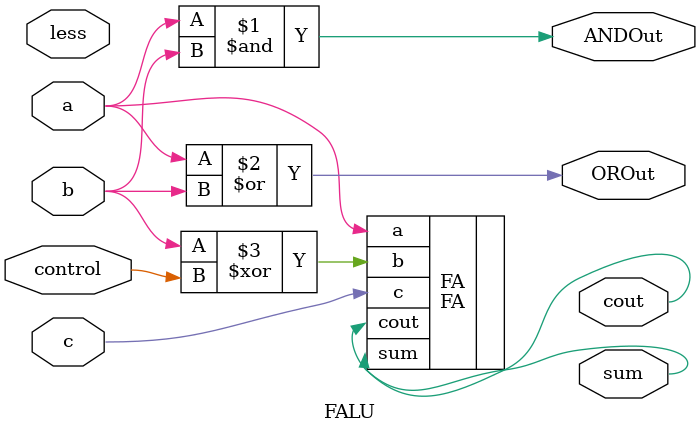
<source format=v>
`timescale 1ns/1ns
module FALU(a, b, c, less, control, cout, sum, ANDOut, OROut);

    input a, b, c, less, control;
    output cout, sum, ANDOut, OROut;

    and (ANDOut, a, b);
    or	(OROut,a, b);
    FA FA( .a(a), .b(b^control), .c(c), .cout(cout), .sum(sum));

endmodule

</source>
